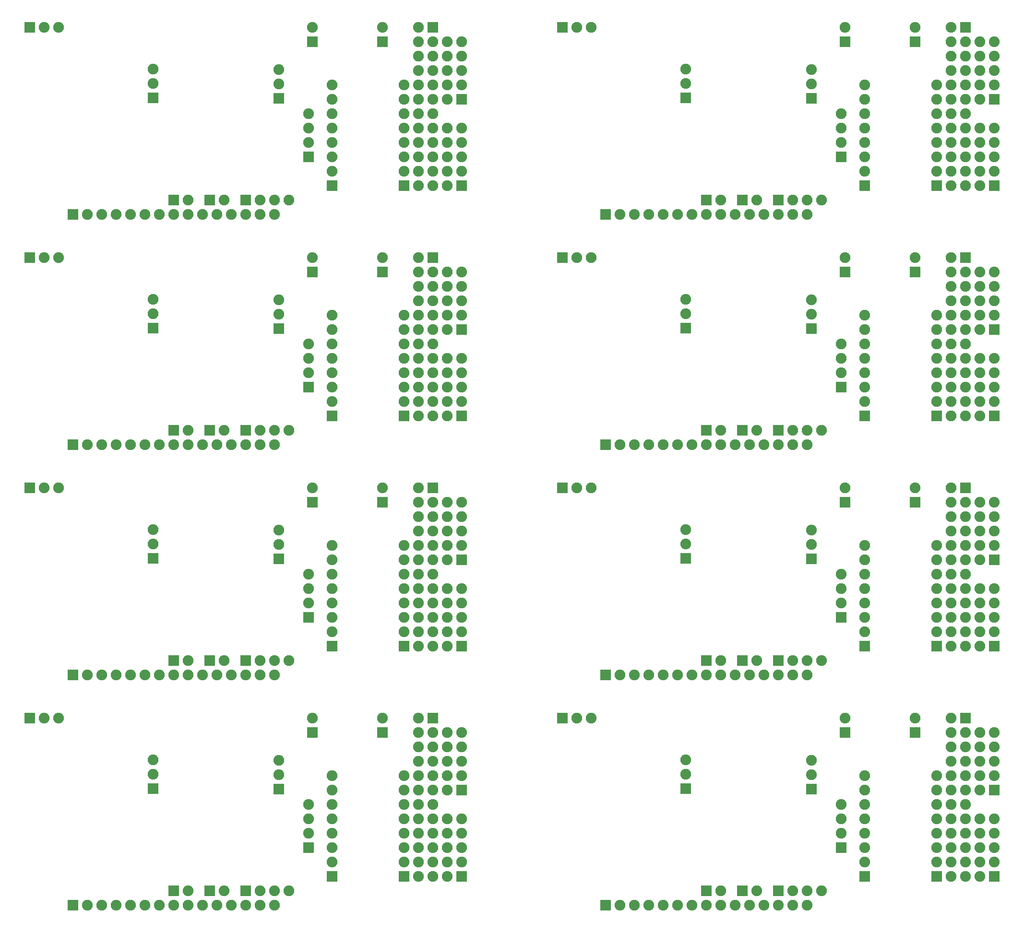
<source format=gbr>
G04 DipTrace 2.4.0.2*
%INBottomMask.gbr*%
%MOIN*%
%ADD63C,0.075*%
%ADD65R,0.075X0.075*%
%FSLAX44Y44*%
G04*
G70*
G90*
G75*
G01*
%LNBotMask*%
%LPD*%
D65*
X36940Y17940D3*
D63*
X35940D3*
X36940Y16940D3*
X35940D3*
X36940Y15940D3*
X35940D3*
X36940Y14940D3*
X35940D3*
X36940Y13940D3*
X35940D3*
X36940Y12940D3*
X35940D3*
X36940Y11940D3*
X35940D3*
X36940Y10940D3*
X35940D3*
X36940Y9940D3*
X35940D3*
X36940Y8940D3*
X35940D3*
X36940Y7940D3*
X35940D3*
X36940Y6940D3*
X35940D3*
D65*
X21440Y5940D3*
D63*
X22440D3*
D65*
X38940Y6940D3*
D63*
X37940D3*
X38940Y7940D3*
X37940D3*
X38940Y8940D3*
X37940D3*
X38940Y9940D3*
X37940D3*
X38940Y10940D3*
X37940D3*
D65*
X38940Y12940D3*
D63*
X37940D3*
X38940Y13940D3*
X37940D3*
X38940Y14940D3*
X37940D3*
X38940Y15940D3*
X37940D3*
X38940Y16940D3*
X37940D3*
D65*
X8940Y17940D3*
D63*
X9940D3*
X10940D3*
D65*
X17489Y13040D3*
D63*
Y14040D3*
Y15040D3*
D65*
X26224Y13036D3*
D63*
Y14036D3*
Y15036D3*
D65*
X33440Y16940D3*
D63*
Y17940D3*
D65*
X28565Y16940D3*
D63*
Y17940D3*
D65*
X28318Y8941D3*
D63*
Y9941D3*
Y10941D3*
Y11941D3*
D65*
X34940Y6940D3*
D63*
Y7940D3*
Y8940D3*
Y9940D3*
Y10940D3*
Y11940D3*
Y12940D3*
Y13940D3*
D65*
X29940Y6940D3*
D63*
Y7940D3*
Y8940D3*
Y9940D3*
Y10940D3*
Y11940D3*
Y12940D3*
Y13940D3*
D65*
X18940Y5940D3*
D63*
X19940D3*
D65*
X23940D3*
D63*
X24940D3*
X25940D3*
X26940D3*
D65*
X11940Y4940D3*
D63*
X12940D3*
X13940D3*
X14940D3*
X15940D3*
X16940D3*
X17940D3*
X18940D3*
X19940D3*
X20940D3*
X21940D3*
X22940D3*
X23940D3*
X24940D3*
X25940D3*
D65*
X73940Y17940D3*
D63*
X72940D3*
X73940Y16940D3*
X72940D3*
X73940Y15940D3*
X72940D3*
X73940Y14940D3*
X72940D3*
X73940Y13940D3*
X72940D3*
X73940Y12940D3*
X72940D3*
X73940Y11940D3*
X72940D3*
X73940Y10940D3*
X72940D3*
X73940Y9940D3*
X72940D3*
X73940Y8940D3*
X72940D3*
X73940Y7940D3*
X72940D3*
X73940Y6940D3*
X72940D3*
D65*
X58440Y5940D3*
D63*
X59440D3*
D65*
X75940Y6940D3*
D63*
X74940D3*
X75940Y7940D3*
X74940D3*
X75940Y8940D3*
X74940D3*
X75940Y9940D3*
X74940D3*
X75940Y10940D3*
X74940D3*
D65*
X75940Y12940D3*
D63*
X74940D3*
X75940Y13940D3*
X74940D3*
X75940Y14940D3*
X74940D3*
X75940Y15940D3*
X74940D3*
X75940Y16940D3*
X74940D3*
D65*
X45940Y17940D3*
D63*
X46940D3*
X47940D3*
D65*
X54489Y13040D3*
D63*
Y14040D3*
Y15040D3*
D65*
X63224Y13036D3*
D63*
Y14036D3*
Y15036D3*
D65*
X70440Y16940D3*
D63*
Y17940D3*
D65*
X65565Y16940D3*
D63*
Y17940D3*
D65*
X65318Y8941D3*
D63*
Y9941D3*
Y10941D3*
Y11941D3*
D65*
X71940Y6940D3*
D63*
Y7940D3*
Y8940D3*
Y9940D3*
Y10940D3*
Y11940D3*
Y12940D3*
Y13940D3*
D65*
X66940Y6940D3*
D63*
Y7940D3*
Y8940D3*
Y9940D3*
Y10940D3*
Y11940D3*
Y12940D3*
Y13940D3*
D65*
X55940Y5940D3*
D63*
X56940D3*
D65*
X60940D3*
D63*
X61940D3*
X62940D3*
X63940D3*
D65*
X48940Y4940D3*
D63*
X49940D3*
X50940D3*
X51940D3*
X52940D3*
X53940D3*
X54940D3*
X55940D3*
X56940D3*
X57940D3*
X58940D3*
X59940D3*
X60940D3*
X61940D3*
X62940D3*
D65*
X36940Y33940D3*
D63*
X35940D3*
X36940Y32940D3*
X35940D3*
X36940Y31940D3*
X35940D3*
X36940Y30940D3*
X35940D3*
X36940Y29940D3*
X35940D3*
X36940Y28940D3*
X35940D3*
X36940Y27940D3*
X35940D3*
X36940Y26940D3*
X35940D3*
X36940Y25940D3*
X35940D3*
X36940Y24940D3*
X35940D3*
X36940Y23940D3*
X35940D3*
X36940Y22940D3*
X35940D3*
D65*
X21440Y21940D3*
D63*
X22440D3*
D65*
X38940Y22940D3*
D63*
X37940D3*
X38940Y23940D3*
X37940D3*
X38940Y24940D3*
X37940D3*
X38940Y25940D3*
X37940D3*
X38940Y26940D3*
X37940D3*
D65*
X38940Y28940D3*
D63*
X37940D3*
X38940Y29940D3*
X37940D3*
X38940Y30940D3*
X37940D3*
X38940Y31940D3*
X37940D3*
X38940Y32940D3*
X37940D3*
D65*
X8940Y33940D3*
D63*
X9940D3*
X10940D3*
D65*
X17489Y29040D3*
D63*
Y30040D3*
Y31040D3*
D65*
X26224Y29036D3*
D63*
Y30036D3*
Y31036D3*
D65*
X33440Y32940D3*
D63*
Y33940D3*
D65*
X28565Y32940D3*
D63*
Y33940D3*
D65*
X28318Y24941D3*
D63*
Y25941D3*
Y26941D3*
Y27941D3*
D65*
X34940Y22940D3*
D63*
Y23940D3*
Y24940D3*
Y25940D3*
Y26940D3*
Y27940D3*
Y28940D3*
Y29940D3*
D65*
X29940Y22940D3*
D63*
Y23940D3*
Y24940D3*
Y25940D3*
Y26940D3*
Y27940D3*
Y28940D3*
Y29940D3*
D65*
X18940Y21940D3*
D63*
X19940D3*
D65*
X23940D3*
D63*
X24940D3*
X25940D3*
X26940D3*
D65*
X11940Y20940D3*
D63*
X12940D3*
X13940D3*
X14940D3*
X15940D3*
X16940D3*
X17940D3*
X18940D3*
X19940D3*
X20940D3*
X21940D3*
X22940D3*
X23940D3*
X24940D3*
X25940D3*
D65*
X73940Y33940D3*
D63*
X72940D3*
X73940Y32940D3*
X72940D3*
X73940Y31940D3*
X72940D3*
X73940Y30940D3*
X72940D3*
X73940Y29940D3*
X72940D3*
X73940Y28940D3*
X72940D3*
X73940Y27940D3*
X72940D3*
X73940Y26940D3*
X72940D3*
X73940Y25940D3*
X72940D3*
X73940Y24940D3*
X72940D3*
X73940Y23940D3*
X72940D3*
X73940Y22940D3*
X72940D3*
D65*
X58440Y21940D3*
D63*
X59440D3*
D65*
X75940Y22940D3*
D63*
X74940D3*
X75940Y23940D3*
X74940D3*
X75940Y24940D3*
X74940D3*
X75940Y25940D3*
X74940D3*
X75940Y26940D3*
X74940D3*
D65*
X75940Y28940D3*
D63*
X74940D3*
X75940Y29940D3*
X74940D3*
X75940Y30940D3*
X74940D3*
X75940Y31940D3*
X74940D3*
X75940Y32940D3*
X74940D3*
D65*
X45940Y33940D3*
D63*
X46940D3*
X47940D3*
D65*
X54489Y29040D3*
D63*
Y30040D3*
Y31040D3*
D65*
X63224Y29036D3*
D63*
Y30036D3*
Y31036D3*
D65*
X70440Y32940D3*
D63*
Y33940D3*
D65*
X65565Y32940D3*
D63*
Y33940D3*
D65*
X65318Y24941D3*
D63*
Y25941D3*
Y26941D3*
Y27941D3*
D65*
X71940Y22940D3*
D63*
Y23940D3*
Y24940D3*
Y25940D3*
Y26940D3*
Y27940D3*
Y28940D3*
Y29940D3*
D65*
X66940Y22940D3*
D63*
Y23940D3*
Y24940D3*
Y25940D3*
Y26940D3*
Y27940D3*
Y28940D3*
Y29940D3*
D65*
X55940Y21940D3*
D63*
X56940D3*
D65*
X60940D3*
D63*
X61940D3*
X62940D3*
X63940D3*
D65*
X48940Y20940D3*
D63*
X49940D3*
X50940D3*
X51940D3*
X52940D3*
X53940D3*
X54940D3*
X55940D3*
X56940D3*
X57940D3*
X58940D3*
X59940D3*
X60940D3*
X61940D3*
X62940D3*
D65*
X36940Y49940D3*
D63*
X35940D3*
X36940Y48940D3*
X35940D3*
X36940Y47940D3*
X35940D3*
X36940Y46940D3*
X35940D3*
X36940Y45940D3*
X35940D3*
X36940Y44940D3*
X35940D3*
X36940Y43940D3*
X35940D3*
X36940Y42940D3*
X35940D3*
X36940Y41940D3*
X35940D3*
X36940Y40940D3*
X35940D3*
X36940Y39940D3*
X35940D3*
X36940Y38940D3*
X35940D3*
D65*
X21440Y37940D3*
D63*
X22440D3*
D65*
X38940Y38940D3*
D63*
X37940D3*
X38940Y39940D3*
X37940D3*
X38940Y40940D3*
X37940D3*
X38940Y41940D3*
X37940D3*
X38940Y42940D3*
X37940D3*
D65*
X38940Y44940D3*
D63*
X37940D3*
X38940Y45940D3*
X37940D3*
X38940Y46940D3*
X37940D3*
X38940Y47940D3*
X37940D3*
X38940Y48940D3*
X37940D3*
D65*
X8940Y49940D3*
D63*
X9940D3*
X10940D3*
D65*
X17489Y45040D3*
D63*
Y46040D3*
Y47040D3*
D65*
X26224Y45036D3*
D63*
Y46036D3*
Y47036D3*
D65*
X33440Y48940D3*
D63*
Y49940D3*
D65*
X28565Y48940D3*
D63*
Y49940D3*
D65*
X28318Y40941D3*
D63*
Y41941D3*
Y42941D3*
Y43941D3*
D65*
X34940Y38940D3*
D63*
Y39940D3*
Y40940D3*
Y41940D3*
Y42940D3*
Y43940D3*
Y44940D3*
Y45940D3*
D65*
X29940Y38940D3*
D63*
Y39940D3*
Y40940D3*
Y41940D3*
Y42940D3*
Y43940D3*
Y44940D3*
Y45940D3*
D65*
X18940Y37940D3*
D63*
X19940D3*
D65*
X23940D3*
D63*
X24940D3*
X25940D3*
X26940D3*
D65*
X11940Y36940D3*
D63*
X12940D3*
X13940D3*
X14940D3*
X15940D3*
X16940D3*
X17940D3*
X18940D3*
X19940D3*
X20940D3*
X21940D3*
X22940D3*
X23940D3*
X24940D3*
X25940D3*
D65*
X73940Y49940D3*
D63*
X72940D3*
X73940Y48940D3*
X72940D3*
X73940Y47940D3*
X72940D3*
X73940Y46940D3*
X72940D3*
X73940Y45940D3*
X72940D3*
X73940Y44940D3*
X72940D3*
X73940Y43940D3*
X72940D3*
X73940Y42940D3*
X72940D3*
X73940Y41940D3*
X72940D3*
X73940Y40940D3*
X72940D3*
X73940Y39940D3*
X72940D3*
X73940Y38940D3*
X72940D3*
D65*
X58440Y37940D3*
D63*
X59440D3*
D65*
X75940Y38940D3*
D63*
X74940D3*
X75940Y39940D3*
X74940D3*
X75940Y40940D3*
X74940D3*
X75940Y41940D3*
X74940D3*
X75940Y42940D3*
X74940D3*
D65*
X75940Y44940D3*
D63*
X74940D3*
X75940Y45940D3*
X74940D3*
X75940Y46940D3*
X74940D3*
X75940Y47940D3*
X74940D3*
X75940Y48940D3*
X74940D3*
D65*
X45940Y49940D3*
D63*
X46940D3*
X47940D3*
D65*
X54489Y45040D3*
D63*
Y46040D3*
Y47040D3*
D65*
X63224Y45036D3*
D63*
Y46036D3*
Y47036D3*
D65*
X70440Y48940D3*
D63*
Y49940D3*
D65*
X65565Y48940D3*
D63*
Y49940D3*
D65*
X65318Y40941D3*
D63*
Y41941D3*
Y42941D3*
Y43941D3*
D65*
X71940Y38940D3*
D63*
Y39940D3*
Y40940D3*
Y41940D3*
Y42940D3*
Y43940D3*
Y44940D3*
Y45940D3*
D65*
X66940Y38940D3*
D63*
Y39940D3*
Y40940D3*
Y41940D3*
Y42940D3*
Y43940D3*
Y44940D3*
Y45940D3*
D65*
X55940Y37940D3*
D63*
X56940D3*
D65*
X60940D3*
D63*
X61940D3*
X62940D3*
X63940D3*
D65*
X48940Y36940D3*
D63*
X49940D3*
X50940D3*
X51940D3*
X52940D3*
X53940D3*
X54940D3*
X55940D3*
X56940D3*
X57940D3*
X58940D3*
X59940D3*
X60940D3*
X61940D3*
X62940D3*
D65*
X36940Y65940D3*
D63*
X35940D3*
X36940Y64940D3*
X35940D3*
X36940Y63940D3*
X35940D3*
X36940Y62940D3*
X35940D3*
X36940Y61940D3*
X35940D3*
X36940Y60940D3*
X35940D3*
X36940Y59940D3*
X35940D3*
X36940Y58940D3*
X35940D3*
X36940Y57940D3*
X35940D3*
X36940Y56940D3*
X35940D3*
X36940Y55940D3*
X35940D3*
X36940Y54940D3*
X35940D3*
D65*
X21440Y53940D3*
D63*
X22440D3*
D65*
X38940Y54940D3*
D63*
X37940D3*
X38940Y55940D3*
X37940D3*
X38940Y56940D3*
X37940D3*
X38940Y57940D3*
X37940D3*
X38940Y58940D3*
X37940D3*
D65*
X38940Y60940D3*
D63*
X37940D3*
X38940Y61940D3*
X37940D3*
X38940Y62940D3*
X37940D3*
X38940Y63940D3*
X37940D3*
X38940Y64940D3*
X37940D3*
D65*
X8940Y65940D3*
D63*
X9940D3*
X10940D3*
D65*
X17489Y61040D3*
D63*
Y62040D3*
Y63040D3*
D65*
X26224Y61036D3*
D63*
Y62036D3*
Y63036D3*
D65*
X33440Y64940D3*
D63*
Y65940D3*
D65*
X28565Y64940D3*
D63*
Y65940D3*
D65*
X28318Y56941D3*
D63*
Y57941D3*
Y58941D3*
Y59941D3*
D65*
X34940Y54940D3*
D63*
Y55940D3*
Y56940D3*
Y57940D3*
Y58940D3*
Y59940D3*
Y60940D3*
Y61940D3*
D65*
X29940Y54940D3*
D63*
Y55940D3*
Y56940D3*
Y57940D3*
Y58940D3*
Y59940D3*
Y60940D3*
Y61940D3*
D65*
X18940Y53940D3*
D63*
X19940D3*
D65*
X23940D3*
D63*
X24940D3*
X25940D3*
X26940D3*
D65*
X11940Y52940D3*
D63*
X12940D3*
X13940D3*
X14940D3*
X15940D3*
X16940D3*
X17940D3*
X18940D3*
X19940D3*
X20940D3*
X21940D3*
X22940D3*
X23940D3*
X24940D3*
X25940D3*
D65*
X73940Y65940D3*
D63*
X72940D3*
X73940Y64940D3*
X72940D3*
X73940Y63940D3*
X72940D3*
X73940Y62940D3*
X72940D3*
X73940Y61940D3*
X72940D3*
X73940Y60940D3*
X72940D3*
X73940Y59940D3*
X72940D3*
X73940Y58940D3*
X72940D3*
X73940Y57940D3*
X72940D3*
X73940Y56940D3*
X72940D3*
X73940Y55940D3*
X72940D3*
X73940Y54940D3*
X72940D3*
D65*
X58440Y53940D3*
D63*
X59440D3*
D65*
X75940Y54940D3*
D63*
X74940D3*
X75940Y55940D3*
X74940D3*
X75940Y56940D3*
X74940D3*
X75940Y57940D3*
X74940D3*
X75940Y58940D3*
X74940D3*
D65*
X75940Y60940D3*
D63*
X74940D3*
X75940Y61940D3*
X74940D3*
X75940Y62940D3*
X74940D3*
X75940Y63940D3*
X74940D3*
X75940Y64940D3*
X74940D3*
D65*
X45940Y65940D3*
D63*
X46940D3*
X47940D3*
D65*
X54489Y61040D3*
D63*
Y62040D3*
Y63040D3*
D65*
X63224Y61036D3*
D63*
Y62036D3*
Y63036D3*
D65*
X70440Y64940D3*
D63*
Y65940D3*
D65*
X65565Y64940D3*
D63*
Y65940D3*
D65*
X65318Y56941D3*
D63*
Y57941D3*
Y58941D3*
Y59941D3*
D65*
X71940Y54940D3*
D63*
Y55940D3*
Y56940D3*
Y57940D3*
Y58940D3*
Y59940D3*
Y60940D3*
Y61940D3*
D65*
X66940Y54940D3*
D63*
Y55940D3*
Y56940D3*
Y57940D3*
Y58940D3*
Y59940D3*
Y60940D3*
Y61940D3*
D65*
X55940Y53940D3*
D63*
X56940D3*
D65*
X60940D3*
D63*
X61940D3*
X62940D3*
X63940D3*
D65*
X48940Y52940D3*
D63*
X49940D3*
X50940D3*
X51940D3*
X52940D3*
X53940D3*
X54940D3*
X55940D3*
X56940D3*
X57940D3*
X58940D3*
X59940D3*
X60940D3*
X61940D3*
X62940D3*
M02*

</source>
